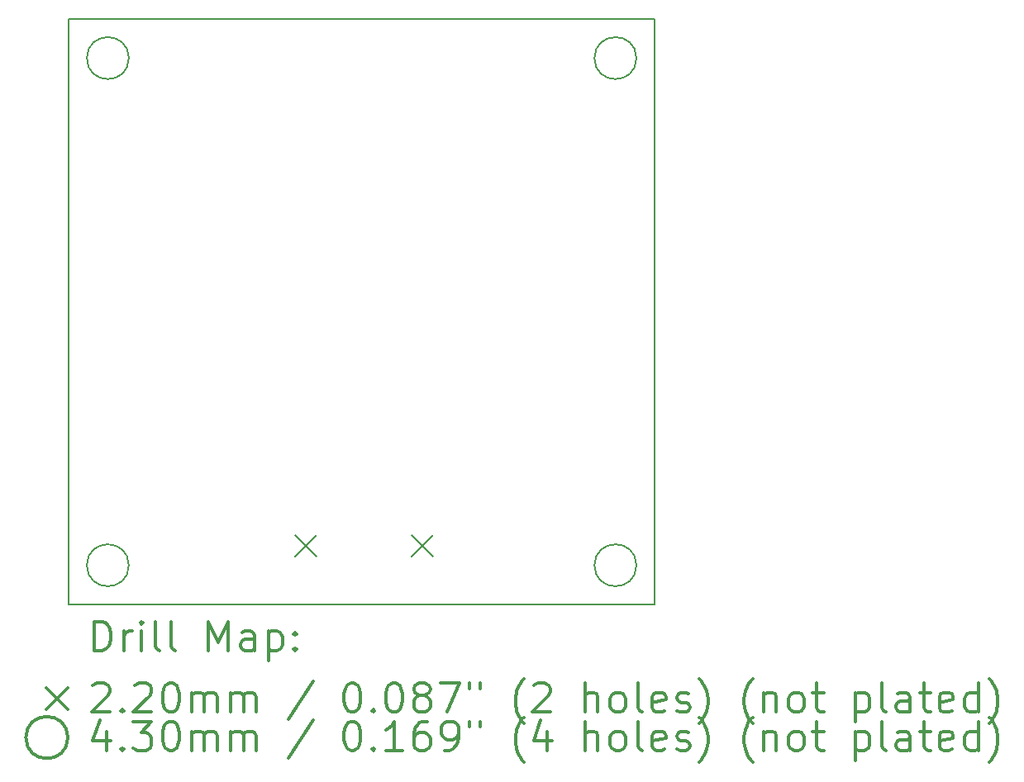
<source format=gbr>
%FSLAX45Y45*%
G04 Gerber Fmt 4.5, Leading zero omitted, Abs format (unit mm)*
G04 Created by KiCad (PCBNEW 4.0.7) date 12/20/18 21:54:41*
%MOMM*%
%LPD*%
G01*
G04 APERTURE LIST*
%ADD10C,0.127000*%
%ADD11C,0.200000*%
%ADD12C,0.300000*%
G04 APERTURE END LIST*
D10*
D11*
X16000000Y-16000000D02*
X10000000Y-16000000D01*
X16000000Y-10000000D02*
X16000000Y-16000000D01*
X10000000Y-10000000D02*
X16000000Y-10000000D01*
X10000000Y-16000000D02*
X10000000Y-10000000D01*
D11*
X12315120Y-15287480D02*
X12535120Y-15507480D01*
X12535120Y-15287480D02*
X12315120Y-15507480D01*
X13515120Y-15287480D02*
X13735120Y-15507480D01*
X13735120Y-15287480D02*
X13515120Y-15507480D01*
X10615000Y-10400000D02*
G75*
G03X10615000Y-10400000I-215000J0D01*
G01*
X10615000Y-15600000D02*
G75*
G03X10615000Y-15600000I-215000J0D01*
G01*
X15815000Y-10400000D02*
G75*
G03X15815000Y-10400000I-215000J0D01*
G01*
X15815000Y-15600000D02*
G75*
G03X15815000Y-15600000I-215000J0D01*
G01*
D12*
X10261429Y-16475714D02*
X10261429Y-16175714D01*
X10332857Y-16175714D01*
X10375714Y-16190000D01*
X10404286Y-16218571D01*
X10418571Y-16247143D01*
X10432857Y-16304286D01*
X10432857Y-16347143D01*
X10418571Y-16404286D01*
X10404286Y-16432857D01*
X10375714Y-16461429D01*
X10332857Y-16475714D01*
X10261429Y-16475714D01*
X10561429Y-16475714D02*
X10561429Y-16275714D01*
X10561429Y-16332857D02*
X10575714Y-16304286D01*
X10590000Y-16290000D01*
X10618571Y-16275714D01*
X10647143Y-16275714D01*
X10747143Y-16475714D02*
X10747143Y-16275714D01*
X10747143Y-16175714D02*
X10732857Y-16190000D01*
X10747143Y-16204286D01*
X10761429Y-16190000D01*
X10747143Y-16175714D01*
X10747143Y-16204286D01*
X10932857Y-16475714D02*
X10904286Y-16461429D01*
X10890000Y-16432857D01*
X10890000Y-16175714D01*
X11090000Y-16475714D02*
X11061429Y-16461429D01*
X11047143Y-16432857D01*
X11047143Y-16175714D01*
X11432857Y-16475714D02*
X11432857Y-16175714D01*
X11532857Y-16390000D01*
X11632857Y-16175714D01*
X11632857Y-16475714D01*
X11904286Y-16475714D02*
X11904286Y-16318571D01*
X11890000Y-16290000D01*
X11861428Y-16275714D01*
X11804286Y-16275714D01*
X11775714Y-16290000D01*
X11904286Y-16461429D02*
X11875714Y-16475714D01*
X11804286Y-16475714D01*
X11775714Y-16461429D01*
X11761428Y-16432857D01*
X11761428Y-16404286D01*
X11775714Y-16375714D01*
X11804286Y-16361429D01*
X11875714Y-16361429D01*
X11904286Y-16347143D01*
X12047143Y-16275714D02*
X12047143Y-16575714D01*
X12047143Y-16290000D02*
X12075714Y-16275714D01*
X12132857Y-16275714D01*
X12161428Y-16290000D01*
X12175714Y-16304286D01*
X12190000Y-16332857D01*
X12190000Y-16418571D01*
X12175714Y-16447143D01*
X12161428Y-16461429D01*
X12132857Y-16475714D01*
X12075714Y-16475714D01*
X12047143Y-16461429D01*
X12318571Y-16447143D02*
X12332857Y-16461429D01*
X12318571Y-16475714D01*
X12304286Y-16461429D01*
X12318571Y-16447143D01*
X12318571Y-16475714D01*
X12318571Y-16290000D02*
X12332857Y-16304286D01*
X12318571Y-16318571D01*
X12304286Y-16304286D01*
X12318571Y-16290000D01*
X12318571Y-16318571D01*
X9770000Y-16860000D02*
X9990000Y-17080000D01*
X9990000Y-16860000D02*
X9770000Y-17080000D01*
X10247143Y-16834286D02*
X10261429Y-16820000D01*
X10290000Y-16805714D01*
X10361429Y-16805714D01*
X10390000Y-16820000D01*
X10404286Y-16834286D01*
X10418571Y-16862857D01*
X10418571Y-16891429D01*
X10404286Y-16934286D01*
X10232857Y-17105714D01*
X10418571Y-17105714D01*
X10547143Y-17077143D02*
X10561429Y-17091429D01*
X10547143Y-17105714D01*
X10532857Y-17091429D01*
X10547143Y-17077143D01*
X10547143Y-17105714D01*
X10675714Y-16834286D02*
X10690000Y-16820000D01*
X10718571Y-16805714D01*
X10790000Y-16805714D01*
X10818571Y-16820000D01*
X10832857Y-16834286D01*
X10847143Y-16862857D01*
X10847143Y-16891429D01*
X10832857Y-16934286D01*
X10661428Y-17105714D01*
X10847143Y-17105714D01*
X11032857Y-16805714D02*
X11061429Y-16805714D01*
X11090000Y-16820000D01*
X11104286Y-16834286D01*
X11118571Y-16862857D01*
X11132857Y-16920000D01*
X11132857Y-16991429D01*
X11118571Y-17048572D01*
X11104286Y-17077143D01*
X11090000Y-17091429D01*
X11061429Y-17105714D01*
X11032857Y-17105714D01*
X11004286Y-17091429D01*
X10990000Y-17077143D01*
X10975714Y-17048572D01*
X10961429Y-16991429D01*
X10961429Y-16920000D01*
X10975714Y-16862857D01*
X10990000Y-16834286D01*
X11004286Y-16820000D01*
X11032857Y-16805714D01*
X11261428Y-17105714D02*
X11261428Y-16905714D01*
X11261428Y-16934286D02*
X11275714Y-16920000D01*
X11304286Y-16905714D01*
X11347143Y-16905714D01*
X11375714Y-16920000D01*
X11390000Y-16948572D01*
X11390000Y-17105714D01*
X11390000Y-16948572D02*
X11404286Y-16920000D01*
X11432857Y-16905714D01*
X11475714Y-16905714D01*
X11504286Y-16920000D01*
X11518571Y-16948572D01*
X11518571Y-17105714D01*
X11661428Y-17105714D02*
X11661428Y-16905714D01*
X11661428Y-16934286D02*
X11675714Y-16920000D01*
X11704286Y-16905714D01*
X11747143Y-16905714D01*
X11775714Y-16920000D01*
X11790000Y-16948572D01*
X11790000Y-17105714D01*
X11790000Y-16948572D02*
X11804286Y-16920000D01*
X11832857Y-16905714D01*
X11875714Y-16905714D01*
X11904286Y-16920000D01*
X11918571Y-16948572D01*
X11918571Y-17105714D01*
X12504286Y-16791429D02*
X12247143Y-17177143D01*
X12890000Y-16805714D02*
X12918571Y-16805714D01*
X12947143Y-16820000D01*
X12961428Y-16834286D01*
X12975714Y-16862857D01*
X12990000Y-16920000D01*
X12990000Y-16991429D01*
X12975714Y-17048572D01*
X12961428Y-17077143D01*
X12947143Y-17091429D01*
X12918571Y-17105714D01*
X12890000Y-17105714D01*
X12861428Y-17091429D01*
X12847143Y-17077143D01*
X12832857Y-17048572D01*
X12818571Y-16991429D01*
X12818571Y-16920000D01*
X12832857Y-16862857D01*
X12847143Y-16834286D01*
X12861428Y-16820000D01*
X12890000Y-16805714D01*
X13118571Y-17077143D02*
X13132857Y-17091429D01*
X13118571Y-17105714D01*
X13104286Y-17091429D01*
X13118571Y-17077143D01*
X13118571Y-17105714D01*
X13318571Y-16805714D02*
X13347143Y-16805714D01*
X13375714Y-16820000D01*
X13390000Y-16834286D01*
X13404285Y-16862857D01*
X13418571Y-16920000D01*
X13418571Y-16991429D01*
X13404285Y-17048572D01*
X13390000Y-17077143D01*
X13375714Y-17091429D01*
X13347143Y-17105714D01*
X13318571Y-17105714D01*
X13290000Y-17091429D01*
X13275714Y-17077143D01*
X13261428Y-17048572D01*
X13247143Y-16991429D01*
X13247143Y-16920000D01*
X13261428Y-16862857D01*
X13275714Y-16834286D01*
X13290000Y-16820000D01*
X13318571Y-16805714D01*
X13590000Y-16934286D02*
X13561428Y-16920000D01*
X13547143Y-16905714D01*
X13532857Y-16877143D01*
X13532857Y-16862857D01*
X13547143Y-16834286D01*
X13561428Y-16820000D01*
X13590000Y-16805714D01*
X13647143Y-16805714D01*
X13675714Y-16820000D01*
X13690000Y-16834286D01*
X13704285Y-16862857D01*
X13704285Y-16877143D01*
X13690000Y-16905714D01*
X13675714Y-16920000D01*
X13647143Y-16934286D01*
X13590000Y-16934286D01*
X13561428Y-16948572D01*
X13547143Y-16962857D01*
X13532857Y-16991429D01*
X13532857Y-17048572D01*
X13547143Y-17077143D01*
X13561428Y-17091429D01*
X13590000Y-17105714D01*
X13647143Y-17105714D01*
X13675714Y-17091429D01*
X13690000Y-17077143D01*
X13704285Y-17048572D01*
X13704285Y-16991429D01*
X13690000Y-16962857D01*
X13675714Y-16948572D01*
X13647143Y-16934286D01*
X13804285Y-16805714D02*
X14004285Y-16805714D01*
X13875714Y-17105714D01*
X14104286Y-16805714D02*
X14104286Y-16862857D01*
X14218571Y-16805714D02*
X14218571Y-16862857D01*
X14661428Y-17220000D02*
X14647143Y-17205714D01*
X14618571Y-17162857D01*
X14604285Y-17134286D01*
X14590000Y-17091429D01*
X14575714Y-17020000D01*
X14575714Y-16962857D01*
X14590000Y-16891429D01*
X14604285Y-16848572D01*
X14618571Y-16820000D01*
X14647143Y-16777143D01*
X14661428Y-16762857D01*
X14761428Y-16834286D02*
X14775714Y-16820000D01*
X14804285Y-16805714D01*
X14875714Y-16805714D01*
X14904285Y-16820000D01*
X14918571Y-16834286D01*
X14932857Y-16862857D01*
X14932857Y-16891429D01*
X14918571Y-16934286D01*
X14747143Y-17105714D01*
X14932857Y-17105714D01*
X15290000Y-17105714D02*
X15290000Y-16805714D01*
X15418571Y-17105714D02*
X15418571Y-16948572D01*
X15404285Y-16920000D01*
X15375714Y-16905714D01*
X15332857Y-16905714D01*
X15304285Y-16920000D01*
X15290000Y-16934286D01*
X15604285Y-17105714D02*
X15575714Y-17091429D01*
X15561428Y-17077143D01*
X15547143Y-17048572D01*
X15547143Y-16962857D01*
X15561428Y-16934286D01*
X15575714Y-16920000D01*
X15604285Y-16905714D01*
X15647143Y-16905714D01*
X15675714Y-16920000D01*
X15690000Y-16934286D01*
X15704285Y-16962857D01*
X15704285Y-17048572D01*
X15690000Y-17077143D01*
X15675714Y-17091429D01*
X15647143Y-17105714D01*
X15604285Y-17105714D01*
X15875714Y-17105714D02*
X15847143Y-17091429D01*
X15832857Y-17062857D01*
X15832857Y-16805714D01*
X16104286Y-17091429D02*
X16075714Y-17105714D01*
X16018571Y-17105714D01*
X15990000Y-17091429D01*
X15975714Y-17062857D01*
X15975714Y-16948572D01*
X15990000Y-16920000D01*
X16018571Y-16905714D01*
X16075714Y-16905714D01*
X16104286Y-16920000D01*
X16118571Y-16948572D01*
X16118571Y-16977143D01*
X15975714Y-17005714D01*
X16232857Y-17091429D02*
X16261428Y-17105714D01*
X16318571Y-17105714D01*
X16347143Y-17091429D01*
X16361428Y-17062857D01*
X16361428Y-17048572D01*
X16347143Y-17020000D01*
X16318571Y-17005714D01*
X16275714Y-17005714D01*
X16247143Y-16991429D01*
X16232857Y-16962857D01*
X16232857Y-16948572D01*
X16247143Y-16920000D01*
X16275714Y-16905714D01*
X16318571Y-16905714D01*
X16347143Y-16920000D01*
X16461428Y-17220000D02*
X16475714Y-17205714D01*
X16504286Y-17162857D01*
X16518571Y-17134286D01*
X16532857Y-17091429D01*
X16547143Y-17020000D01*
X16547143Y-16962857D01*
X16532857Y-16891429D01*
X16518571Y-16848572D01*
X16504286Y-16820000D01*
X16475714Y-16777143D01*
X16461428Y-16762857D01*
X17004286Y-17220000D02*
X16990000Y-17205714D01*
X16961428Y-17162857D01*
X16947143Y-17134286D01*
X16932857Y-17091429D01*
X16918571Y-17020000D01*
X16918571Y-16962857D01*
X16932857Y-16891429D01*
X16947143Y-16848572D01*
X16961428Y-16820000D01*
X16990000Y-16777143D01*
X17004286Y-16762857D01*
X17118571Y-16905714D02*
X17118571Y-17105714D01*
X17118571Y-16934286D02*
X17132857Y-16920000D01*
X17161428Y-16905714D01*
X17204286Y-16905714D01*
X17232857Y-16920000D01*
X17247143Y-16948572D01*
X17247143Y-17105714D01*
X17432857Y-17105714D02*
X17404286Y-17091429D01*
X17390000Y-17077143D01*
X17375714Y-17048572D01*
X17375714Y-16962857D01*
X17390000Y-16934286D01*
X17404286Y-16920000D01*
X17432857Y-16905714D01*
X17475714Y-16905714D01*
X17504286Y-16920000D01*
X17518571Y-16934286D01*
X17532857Y-16962857D01*
X17532857Y-17048572D01*
X17518571Y-17077143D01*
X17504286Y-17091429D01*
X17475714Y-17105714D01*
X17432857Y-17105714D01*
X17618571Y-16905714D02*
X17732857Y-16905714D01*
X17661429Y-16805714D02*
X17661429Y-17062857D01*
X17675714Y-17091429D01*
X17704286Y-17105714D01*
X17732857Y-17105714D01*
X18061429Y-16905714D02*
X18061429Y-17205714D01*
X18061429Y-16920000D02*
X18090000Y-16905714D01*
X18147143Y-16905714D01*
X18175714Y-16920000D01*
X18190000Y-16934286D01*
X18204286Y-16962857D01*
X18204286Y-17048572D01*
X18190000Y-17077143D01*
X18175714Y-17091429D01*
X18147143Y-17105714D01*
X18090000Y-17105714D01*
X18061429Y-17091429D01*
X18375714Y-17105714D02*
X18347143Y-17091429D01*
X18332857Y-17062857D01*
X18332857Y-16805714D01*
X18618571Y-17105714D02*
X18618571Y-16948572D01*
X18604286Y-16920000D01*
X18575714Y-16905714D01*
X18518571Y-16905714D01*
X18490000Y-16920000D01*
X18618571Y-17091429D02*
X18590000Y-17105714D01*
X18518571Y-17105714D01*
X18490000Y-17091429D01*
X18475714Y-17062857D01*
X18475714Y-17034286D01*
X18490000Y-17005714D01*
X18518571Y-16991429D01*
X18590000Y-16991429D01*
X18618571Y-16977143D01*
X18718571Y-16905714D02*
X18832857Y-16905714D01*
X18761429Y-16805714D02*
X18761429Y-17062857D01*
X18775714Y-17091429D01*
X18804286Y-17105714D01*
X18832857Y-17105714D01*
X19047143Y-17091429D02*
X19018572Y-17105714D01*
X18961429Y-17105714D01*
X18932857Y-17091429D01*
X18918572Y-17062857D01*
X18918572Y-16948572D01*
X18932857Y-16920000D01*
X18961429Y-16905714D01*
X19018572Y-16905714D01*
X19047143Y-16920000D01*
X19061429Y-16948572D01*
X19061429Y-16977143D01*
X18918572Y-17005714D01*
X19318572Y-17105714D02*
X19318572Y-16805714D01*
X19318572Y-17091429D02*
X19290000Y-17105714D01*
X19232857Y-17105714D01*
X19204286Y-17091429D01*
X19190000Y-17077143D01*
X19175714Y-17048572D01*
X19175714Y-16962857D01*
X19190000Y-16934286D01*
X19204286Y-16920000D01*
X19232857Y-16905714D01*
X19290000Y-16905714D01*
X19318572Y-16920000D01*
X19432857Y-17220000D02*
X19447143Y-17205714D01*
X19475714Y-17162857D01*
X19490000Y-17134286D01*
X19504286Y-17091429D01*
X19518572Y-17020000D01*
X19518572Y-16962857D01*
X19504286Y-16891429D01*
X19490000Y-16848572D01*
X19475714Y-16820000D01*
X19447143Y-16777143D01*
X19432857Y-16762857D01*
X9990000Y-17366000D02*
G75*
G03X9990000Y-17366000I-215000J0D01*
G01*
X10390000Y-17301714D02*
X10390000Y-17501714D01*
X10318571Y-17187429D02*
X10247143Y-17401714D01*
X10432857Y-17401714D01*
X10547143Y-17473143D02*
X10561429Y-17487429D01*
X10547143Y-17501714D01*
X10532857Y-17487429D01*
X10547143Y-17473143D01*
X10547143Y-17501714D01*
X10661428Y-17201714D02*
X10847143Y-17201714D01*
X10747143Y-17316000D01*
X10790000Y-17316000D01*
X10818571Y-17330286D01*
X10832857Y-17344572D01*
X10847143Y-17373143D01*
X10847143Y-17444572D01*
X10832857Y-17473143D01*
X10818571Y-17487429D01*
X10790000Y-17501714D01*
X10704286Y-17501714D01*
X10675714Y-17487429D01*
X10661428Y-17473143D01*
X11032857Y-17201714D02*
X11061429Y-17201714D01*
X11090000Y-17216000D01*
X11104286Y-17230286D01*
X11118571Y-17258857D01*
X11132857Y-17316000D01*
X11132857Y-17387429D01*
X11118571Y-17444572D01*
X11104286Y-17473143D01*
X11090000Y-17487429D01*
X11061429Y-17501714D01*
X11032857Y-17501714D01*
X11004286Y-17487429D01*
X10990000Y-17473143D01*
X10975714Y-17444572D01*
X10961429Y-17387429D01*
X10961429Y-17316000D01*
X10975714Y-17258857D01*
X10990000Y-17230286D01*
X11004286Y-17216000D01*
X11032857Y-17201714D01*
X11261428Y-17501714D02*
X11261428Y-17301714D01*
X11261428Y-17330286D02*
X11275714Y-17316000D01*
X11304286Y-17301714D01*
X11347143Y-17301714D01*
X11375714Y-17316000D01*
X11390000Y-17344572D01*
X11390000Y-17501714D01*
X11390000Y-17344572D02*
X11404286Y-17316000D01*
X11432857Y-17301714D01*
X11475714Y-17301714D01*
X11504286Y-17316000D01*
X11518571Y-17344572D01*
X11518571Y-17501714D01*
X11661428Y-17501714D02*
X11661428Y-17301714D01*
X11661428Y-17330286D02*
X11675714Y-17316000D01*
X11704286Y-17301714D01*
X11747143Y-17301714D01*
X11775714Y-17316000D01*
X11790000Y-17344572D01*
X11790000Y-17501714D01*
X11790000Y-17344572D02*
X11804286Y-17316000D01*
X11832857Y-17301714D01*
X11875714Y-17301714D01*
X11904286Y-17316000D01*
X11918571Y-17344572D01*
X11918571Y-17501714D01*
X12504286Y-17187429D02*
X12247143Y-17573143D01*
X12890000Y-17201714D02*
X12918571Y-17201714D01*
X12947143Y-17216000D01*
X12961428Y-17230286D01*
X12975714Y-17258857D01*
X12990000Y-17316000D01*
X12990000Y-17387429D01*
X12975714Y-17444572D01*
X12961428Y-17473143D01*
X12947143Y-17487429D01*
X12918571Y-17501714D01*
X12890000Y-17501714D01*
X12861428Y-17487429D01*
X12847143Y-17473143D01*
X12832857Y-17444572D01*
X12818571Y-17387429D01*
X12818571Y-17316000D01*
X12832857Y-17258857D01*
X12847143Y-17230286D01*
X12861428Y-17216000D01*
X12890000Y-17201714D01*
X13118571Y-17473143D02*
X13132857Y-17487429D01*
X13118571Y-17501714D01*
X13104286Y-17487429D01*
X13118571Y-17473143D01*
X13118571Y-17501714D01*
X13418571Y-17501714D02*
X13247143Y-17501714D01*
X13332857Y-17501714D02*
X13332857Y-17201714D01*
X13304285Y-17244572D01*
X13275714Y-17273143D01*
X13247143Y-17287429D01*
X13675714Y-17201714D02*
X13618571Y-17201714D01*
X13590000Y-17216000D01*
X13575714Y-17230286D01*
X13547143Y-17273143D01*
X13532857Y-17330286D01*
X13532857Y-17444572D01*
X13547143Y-17473143D01*
X13561428Y-17487429D01*
X13590000Y-17501714D01*
X13647143Y-17501714D01*
X13675714Y-17487429D01*
X13690000Y-17473143D01*
X13704285Y-17444572D01*
X13704285Y-17373143D01*
X13690000Y-17344572D01*
X13675714Y-17330286D01*
X13647143Y-17316000D01*
X13590000Y-17316000D01*
X13561428Y-17330286D01*
X13547143Y-17344572D01*
X13532857Y-17373143D01*
X13847143Y-17501714D02*
X13904285Y-17501714D01*
X13932857Y-17487429D01*
X13947143Y-17473143D01*
X13975714Y-17430286D01*
X13990000Y-17373143D01*
X13990000Y-17258857D01*
X13975714Y-17230286D01*
X13961428Y-17216000D01*
X13932857Y-17201714D01*
X13875714Y-17201714D01*
X13847143Y-17216000D01*
X13832857Y-17230286D01*
X13818571Y-17258857D01*
X13818571Y-17330286D01*
X13832857Y-17358857D01*
X13847143Y-17373143D01*
X13875714Y-17387429D01*
X13932857Y-17387429D01*
X13961428Y-17373143D01*
X13975714Y-17358857D01*
X13990000Y-17330286D01*
X14104286Y-17201714D02*
X14104286Y-17258857D01*
X14218571Y-17201714D02*
X14218571Y-17258857D01*
X14661428Y-17616000D02*
X14647143Y-17601714D01*
X14618571Y-17558857D01*
X14604285Y-17530286D01*
X14590000Y-17487429D01*
X14575714Y-17416000D01*
X14575714Y-17358857D01*
X14590000Y-17287429D01*
X14604285Y-17244572D01*
X14618571Y-17216000D01*
X14647143Y-17173143D01*
X14661428Y-17158857D01*
X14904285Y-17301714D02*
X14904285Y-17501714D01*
X14832857Y-17187429D02*
X14761428Y-17401714D01*
X14947143Y-17401714D01*
X15290000Y-17501714D02*
X15290000Y-17201714D01*
X15418571Y-17501714D02*
X15418571Y-17344572D01*
X15404285Y-17316000D01*
X15375714Y-17301714D01*
X15332857Y-17301714D01*
X15304285Y-17316000D01*
X15290000Y-17330286D01*
X15604285Y-17501714D02*
X15575714Y-17487429D01*
X15561428Y-17473143D01*
X15547143Y-17444572D01*
X15547143Y-17358857D01*
X15561428Y-17330286D01*
X15575714Y-17316000D01*
X15604285Y-17301714D01*
X15647143Y-17301714D01*
X15675714Y-17316000D01*
X15690000Y-17330286D01*
X15704285Y-17358857D01*
X15704285Y-17444572D01*
X15690000Y-17473143D01*
X15675714Y-17487429D01*
X15647143Y-17501714D01*
X15604285Y-17501714D01*
X15875714Y-17501714D02*
X15847143Y-17487429D01*
X15832857Y-17458857D01*
X15832857Y-17201714D01*
X16104286Y-17487429D02*
X16075714Y-17501714D01*
X16018571Y-17501714D01*
X15990000Y-17487429D01*
X15975714Y-17458857D01*
X15975714Y-17344572D01*
X15990000Y-17316000D01*
X16018571Y-17301714D01*
X16075714Y-17301714D01*
X16104286Y-17316000D01*
X16118571Y-17344572D01*
X16118571Y-17373143D01*
X15975714Y-17401714D01*
X16232857Y-17487429D02*
X16261428Y-17501714D01*
X16318571Y-17501714D01*
X16347143Y-17487429D01*
X16361428Y-17458857D01*
X16361428Y-17444572D01*
X16347143Y-17416000D01*
X16318571Y-17401714D01*
X16275714Y-17401714D01*
X16247143Y-17387429D01*
X16232857Y-17358857D01*
X16232857Y-17344572D01*
X16247143Y-17316000D01*
X16275714Y-17301714D01*
X16318571Y-17301714D01*
X16347143Y-17316000D01*
X16461428Y-17616000D02*
X16475714Y-17601714D01*
X16504286Y-17558857D01*
X16518571Y-17530286D01*
X16532857Y-17487429D01*
X16547143Y-17416000D01*
X16547143Y-17358857D01*
X16532857Y-17287429D01*
X16518571Y-17244572D01*
X16504286Y-17216000D01*
X16475714Y-17173143D01*
X16461428Y-17158857D01*
X17004286Y-17616000D02*
X16990000Y-17601714D01*
X16961428Y-17558857D01*
X16947143Y-17530286D01*
X16932857Y-17487429D01*
X16918571Y-17416000D01*
X16918571Y-17358857D01*
X16932857Y-17287429D01*
X16947143Y-17244572D01*
X16961428Y-17216000D01*
X16990000Y-17173143D01*
X17004286Y-17158857D01*
X17118571Y-17301714D02*
X17118571Y-17501714D01*
X17118571Y-17330286D02*
X17132857Y-17316000D01*
X17161428Y-17301714D01*
X17204286Y-17301714D01*
X17232857Y-17316000D01*
X17247143Y-17344572D01*
X17247143Y-17501714D01*
X17432857Y-17501714D02*
X17404286Y-17487429D01*
X17390000Y-17473143D01*
X17375714Y-17444572D01*
X17375714Y-17358857D01*
X17390000Y-17330286D01*
X17404286Y-17316000D01*
X17432857Y-17301714D01*
X17475714Y-17301714D01*
X17504286Y-17316000D01*
X17518571Y-17330286D01*
X17532857Y-17358857D01*
X17532857Y-17444572D01*
X17518571Y-17473143D01*
X17504286Y-17487429D01*
X17475714Y-17501714D01*
X17432857Y-17501714D01*
X17618571Y-17301714D02*
X17732857Y-17301714D01*
X17661429Y-17201714D02*
X17661429Y-17458857D01*
X17675714Y-17487429D01*
X17704286Y-17501714D01*
X17732857Y-17501714D01*
X18061429Y-17301714D02*
X18061429Y-17601714D01*
X18061429Y-17316000D02*
X18090000Y-17301714D01*
X18147143Y-17301714D01*
X18175714Y-17316000D01*
X18190000Y-17330286D01*
X18204286Y-17358857D01*
X18204286Y-17444572D01*
X18190000Y-17473143D01*
X18175714Y-17487429D01*
X18147143Y-17501714D01*
X18090000Y-17501714D01*
X18061429Y-17487429D01*
X18375714Y-17501714D02*
X18347143Y-17487429D01*
X18332857Y-17458857D01*
X18332857Y-17201714D01*
X18618571Y-17501714D02*
X18618571Y-17344572D01*
X18604286Y-17316000D01*
X18575714Y-17301714D01*
X18518571Y-17301714D01*
X18490000Y-17316000D01*
X18618571Y-17487429D02*
X18590000Y-17501714D01*
X18518571Y-17501714D01*
X18490000Y-17487429D01*
X18475714Y-17458857D01*
X18475714Y-17430286D01*
X18490000Y-17401714D01*
X18518571Y-17387429D01*
X18590000Y-17387429D01*
X18618571Y-17373143D01*
X18718571Y-17301714D02*
X18832857Y-17301714D01*
X18761429Y-17201714D02*
X18761429Y-17458857D01*
X18775714Y-17487429D01*
X18804286Y-17501714D01*
X18832857Y-17501714D01*
X19047143Y-17487429D02*
X19018572Y-17501714D01*
X18961429Y-17501714D01*
X18932857Y-17487429D01*
X18918572Y-17458857D01*
X18918572Y-17344572D01*
X18932857Y-17316000D01*
X18961429Y-17301714D01*
X19018572Y-17301714D01*
X19047143Y-17316000D01*
X19061429Y-17344572D01*
X19061429Y-17373143D01*
X18918572Y-17401714D01*
X19318572Y-17501714D02*
X19318572Y-17201714D01*
X19318572Y-17487429D02*
X19290000Y-17501714D01*
X19232857Y-17501714D01*
X19204286Y-17487429D01*
X19190000Y-17473143D01*
X19175714Y-17444572D01*
X19175714Y-17358857D01*
X19190000Y-17330286D01*
X19204286Y-17316000D01*
X19232857Y-17301714D01*
X19290000Y-17301714D01*
X19318572Y-17316000D01*
X19432857Y-17616000D02*
X19447143Y-17601714D01*
X19475714Y-17558857D01*
X19490000Y-17530286D01*
X19504286Y-17487429D01*
X19518572Y-17416000D01*
X19518572Y-17358857D01*
X19504286Y-17287429D01*
X19490000Y-17244572D01*
X19475714Y-17216000D01*
X19447143Y-17173143D01*
X19432857Y-17158857D01*
M02*

</source>
